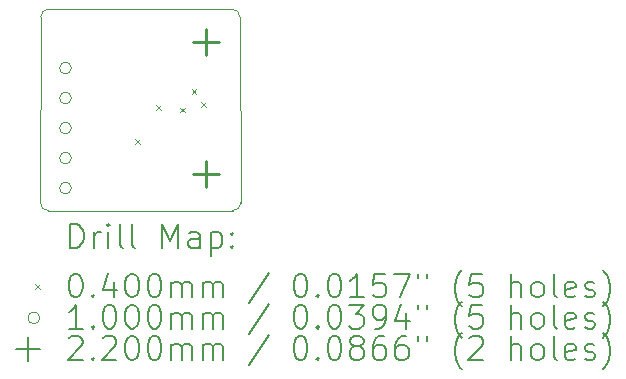
<source format=gbr>
%FSLAX45Y45*%
G04 Gerber Fmt 4.5, Leading zero omitted, Abs format (unit mm)*
G04 Created by KiCad (PCBNEW (6.0.1)) date 2023-03-07 00:33:59*
%MOMM*%
%LPD*%
G01*
G04 APERTURE LIST*
%TA.AperFunction,Profile*%
%ADD10C,0.100000*%
%TD*%
%ADD11C,0.200000*%
%ADD12C,0.040000*%
%ADD13C,0.100000*%
%ADD14C,0.220000*%
G04 APERTURE END LIST*
D10*
X11786790Y-8288836D02*
G75*
G03*
X11721128Y-8355665I182J-65852D01*
G01*
X11716673Y-9928333D02*
G75*
G03*
X11783665Y-9995333I66014J-985D01*
G01*
X13347333Y-9995327D02*
G75*
G03*
X13414333Y-9928335I985J66014D01*
G01*
X13406662Y-8356164D02*
G75*
G03*
X13339670Y-8289164I-66014J986D01*
G01*
X11786790Y-8288836D02*
X13339670Y-8289164D01*
X11716673Y-9928333D02*
X11721128Y-8355665D01*
X13347333Y-9995327D02*
X11783665Y-9995333D01*
X13406663Y-8356164D02*
X13414333Y-9928335D01*
D11*
D12*
X12519000Y-9391000D02*
X12559000Y-9431000D01*
X12559000Y-9391000D02*
X12519000Y-9431000D01*
X12695000Y-9103000D02*
X12735000Y-9143000D01*
X12735000Y-9103000D02*
X12695000Y-9143000D01*
X12901000Y-9124000D02*
X12941000Y-9164000D01*
X12941000Y-9124000D02*
X12901000Y-9164000D01*
X12998000Y-8965000D02*
X13038000Y-9005000D01*
X13038000Y-8965000D02*
X12998000Y-9005000D01*
X13080000Y-9076000D02*
X13120000Y-9116000D01*
X13120000Y-9076000D02*
X13080000Y-9116000D01*
D13*
X11979500Y-8789000D02*
G75*
G03*
X11979500Y-8789000I-50000J0D01*
G01*
X11979500Y-9043000D02*
G75*
G03*
X11979500Y-9043000I-50000J0D01*
G01*
X11979500Y-9297000D02*
G75*
G03*
X11979500Y-9297000I-50000J0D01*
G01*
X11979500Y-9551000D02*
G75*
G03*
X11979500Y-9551000I-50000J0D01*
G01*
X11979500Y-9805000D02*
G75*
G03*
X11979500Y-9805000I-50000J0D01*
G01*
D14*
X13116000Y-9574000D02*
X13116000Y-9794000D01*
X13006000Y-9684000D02*
X13226000Y-9684000D01*
X13122000Y-8462000D02*
X13122000Y-8682000D01*
X13012000Y-8572000D02*
X13232000Y-8572000D01*
D11*
X11969284Y-10310816D02*
X11969284Y-10110816D01*
X12016903Y-10110816D01*
X12045475Y-10120340D01*
X12064522Y-10139388D01*
X12074046Y-10158435D01*
X12083570Y-10196530D01*
X12083570Y-10225102D01*
X12074046Y-10263197D01*
X12064522Y-10282245D01*
X12045475Y-10301292D01*
X12016903Y-10310816D01*
X11969284Y-10310816D01*
X12169284Y-10310816D02*
X12169284Y-10177483D01*
X12169284Y-10215578D02*
X12178808Y-10196530D01*
X12188332Y-10187007D01*
X12207379Y-10177483D01*
X12226427Y-10177483D01*
X12293094Y-10310816D02*
X12293094Y-10177483D01*
X12293094Y-10110816D02*
X12283570Y-10120340D01*
X12293094Y-10129864D01*
X12302618Y-10120340D01*
X12293094Y-10110816D01*
X12293094Y-10129864D01*
X12416903Y-10310816D02*
X12397856Y-10301292D01*
X12388332Y-10282245D01*
X12388332Y-10110816D01*
X12521665Y-10310816D02*
X12502618Y-10301292D01*
X12493094Y-10282245D01*
X12493094Y-10110816D01*
X12750237Y-10310816D02*
X12750237Y-10110816D01*
X12816903Y-10253673D01*
X12883570Y-10110816D01*
X12883570Y-10310816D01*
X13064522Y-10310816D02*
X13064522Y-10206054D01*
X13054999Y-10187007D01*
X13035951Y-10177483D01*
X12997856Y-10177483D01*
X12978808Y-10187007D01*
X13064522Y-10301292D02*
X13045475Y-10310816D01*
X12997856Y-10310816D01*
X12978808Y-10301292D01*
X12969284Y-10282245D01*
X12969284Y-10263197D01*
X12978808Y-10244149D01*
X12997856Y-10234626D01*
X13045475Y-10234626D01*
X13064522Y-10225102D01*
X13159760Y-10177483D02*
X13159760Y-10377483D01*
X13159760Y-10187007D02*
X13178808Y-10177483D01*
X13216903Y-10177483D01*
X13235951Y-10187007D01*
X13245475Y-10196530D01*
X13254999Y-10215578D01*
X13254999Y-10272721D01*
X13245475Y-10291768D01*
X13235951Y-10301292D01*
X13216903Y-10310816D01*
X13178808Y-10310816D01*
X13159760Y-10301292D01*
X13340713Y-10291768D02*
X13350237Y-10301292D01*
X13340713Y-10310816D01*
X13331189Y-10301292D01*
X13340713Y-10291768D01*
X13340713Y-10310816D01*
X13340713Y-10187007D02*
X13350237Y-10196530D01*
X13340713Y-10206054D01*
X13331189Y-10196530D01*
X13340713Y-10187007D01*
X13340713Y-10206054D01*
D12*
X11671665Y-10620340D02*
X11711665Y-10660340D01*
X11711665Y-10620340D02*
X11671665Y-10660340D01*
D11*
X12007379Y-10530816D02*
X12026427Y-10530816D01*
X12045475Y-10540340D01*
X12054999Y-10549864D01*
X12064522Y-10568911D01*
X12074046Y-10607007D01*
X12074046Y-10654626D01*
X12064522Y-10692721D01*
X12054999Y-10711768D01*
X12045475Y-10721292D01*
X12026427Y-10730816D01*
X12007379Y-10730816D01*
X11988332Y-10721292D01*
X11978808Y-10711768D01*
X11969284Y-10692721D01*
X11959760Y-10654626D01*
X11959760Y-10607007D01*
X11969284Y-10568911D01*
X11978808Y-10549864D01*
X11988332Y-10540340D01*
X12007379Y-10530816D01*
X12159760Y-10711768D02*
X12169284Y-10721292D01*
X12159760Y-10730816D01*
X12150237Y-10721292D01*
X12159760Y-10711768D01*
X12159760Y-10730816D01*
X12340713Y-10597483D02*
X12340713Y-10730816D01*
X12293094Y-10521292D02*
X12245475Y-10664149D01*
X12369284Y-10664149D01*
X12483570Y-10530816D02*
X12502618Y-10530816D01*
X12521665Y-10540340D01*
X12531189Y-10549864D01*
X12540713Y-10568911D01*
X12550237Y-10607007D01*
X12550237Y-10654626D01*
X12540713Y-10692721D01*
X12531189Y-10711768D01*
X12521665Y-10721292D01*
X12502618Y-10730816D01*
X12483570Y-10730816D01*
X12464522Y-10721292D01*
X12454999Y-10711768D01*
X12445475Y-10692721D01*
X12435951Y-10654626D01*
X12435951Y-10607007D01*
X12445475Y-10568911D01*
X12454999Y-10549864D01*
X12464522Y-10540340D01*
X12483570Y-10530816D01*
X12674046Y-10530816D02*
X12693094Y-10530816D01*
X12712141Y-10540340D01*
X12721665Y-10549864D01*
X12731189Y-10568911D01*
X12740713Y-10607007D01*
X12740713Y-10654626D01*
X12731189Y-10692721D01*
X12721665Y-10711768D01*
X12712141Y-10721292D01*
X12693094Y-10730816D01*
X12674046Y-10730816D01*
X12654999Y-10721292D01*
X12645475Y-10711768D01*
X12635951Y-10692721D01*
X12626427Y-10654626D01*
X12626427Y-10607007D01*
X12635951Y-10568911D01*
X12645475Y-10549864D01*
X12654999Y-10540340D01*
X12674046Y-10530816D01*
X12826427Y-10730816D02*
X12826427Y-10597483D01*
X12826427Y-10616530D02*
X12835951Y-10607007D01*
X12854999Y-10597483D01*
X12883570Y-10597483D01*
X12902618Y-10607007D01*
X12912141Y-10626054D01*
X12912141Y-10730816D01*
X12912141Y-10626054D02*
X12921665Y-10607007D01*
X12940713Y-10597483D01*
X12969284Y-10597483D01*
X12988332Y-10607007D01*
X12997856Y-10626054D01*
X12997856Y-10730816D01*
X13093094Y-10730816D02*
X13093094Y-10597483D01*
X13093094Y-10616530D02*
X13102618Y-10607007D01*
X13121665Y-10597483D01*
X13150237Y-10597483D01*
X13169284Y-10607007D01*
X13178808Y-10626054D01*
X13178808Y-10730816D01*
X13178808Y-10626054D02*
X13188332Y-10607007D01*
X13207379Y-10597483D01*
X13235951Y-10597483D01*
X13254999Y-10607007D01*
X13264522Y-10626054D01*
X13264522Y-10730816D01*
X13654999Y-10521292D02*
X13483570Y-10778435D01*
X13912141Y-10530816D02*
X13931189Y-10530816D01*
X13950237Y-10540340D01*
X13959760Y-10549864D01*
X13969284Y-10568911D01*
X13978808Y-10607007D01*
X13978808Y-10654626D01*
X13969284Y-10692721D01*
X13959760Y-10711768D01*
X13950237Y-10721292D01*
X13931189Y-10730816D01*
X13912141Y-10730816D01*
X13893094Y-10721292D01*
X13883570Y-10711768D01*
X13874046Y-10692721D01*
X13864522Y-10654626D01*
X13864522Y-10607007D01*
X13874046Y-10568911D01*
X13883570Y-10549864D01*
X13893094Y-10540340D01*
X13912141Y-10530816D01*
X14064522Y-10711768D02*
X14074046Y-10721292D01*
X14064522Y-10730816D01*
X14054999Y-10721292D01*
X14064522Y-10711768D01*
X14064522Y-10730816D01*
X14197856Y-10530816D02*
X14216903Y-10530816D01*
X14235951Y-10540340D01*
X14245475Y-10549864D01*
X14254999Y-10568911D01*
X14264522Y-10607007D01*
X14264522Y-10654626D01*
X14254999Y-10692721D01*
X14245475Y-10711768D01*
X14235951Y-10721292D01*
X14216903Y-10730816D01*
X14197856Y-10730816D01*
X14178808Y-10721292D01*
X14169284Y-10711768D01*
X14159760Y-10692721D01*
X14150237Y-10654626D01*
X14150237Y-10607007D01*
X14159760Y-10568911D01*
X14169284Y-10549864D01*
X14178808Y-10540340D01*
X14197856Y-10530816D01*
X14454999Y-10730816D02*
X14340713Y-10730816D01*
X14397856Y-10730816D02*
X14397856Y-10530816D01*
X14378808Y-10559388D01*
X14359760Y-10578435D01*
X14340713Y-10587959D01*
X14635951Y-10530816D02*
X14540713Y-10530816D01*
X14531189Y-10626054D01*
X14540713Y-10616530D01*
X14559760Y-10607007D01*
X14607379Y-10607007D01*
X14626427Y-10616530D01*
X14635951Y-10626054D01*
X14645475Y-10645102D01*
X14645475Y-10692721D01*
X14635951Y-10711768D01*
X14626427Y-10721292D01*
X14607379Y-10730816D01*
X14559760Y-10730816D01*
X14540713Y-10721292D01*
X14531189Y-10711768D01*
X14712141Y-10530816D02*
X14845475Y-10530816D01*
X14759760Y-10730816D01*
X14912141Y-10530816D02*
X14912141Y-10568911D01*
X14988332Y-10530816D02*
X14988332Y-10568911D01*
X15283570Y-10807007D02*
X15274046Y-10797483D01*
X15254999Y-10768911D01*
X15245475Y-10749864D01*
X15235951Y-10721292D01*
X15226427Y-10673673D01*
X15226427Y-10635578D01*
X15235951Y-10587959D01*
X15245475Y-10559388D01*
X15254999Y-10540340D01*
X15274046Y-10511768D01*
X15283570Y-10502245D01*
X15454999Y-10530816D02*
X15359760Y-10530816D01*
X15350237Y-10626054D01*
X15359760Y-10616530D01*
X15378808Y-10607007D01*
X15426427Y-10607007D01*
X15445475Y-10616530D01*
X15454999Y-10626054D01*
X15464522Y-10645102D01*
X15464522Y-10692721D01*
X15454999Y-10711768D01*
X15445475Y-10721292D01*
X15426427Y-10730816D01*
X15378808Y-10730816D01*
X15359760Y-10721292D01*
X15350237Y-10711768D01*
X15702618Y-10730816D02*
X15702618Y-10530816D01*
X15788332Y-10730816D02*
X15788332Y-10626054D01*
X15778808Y-10607007D01*
X15759760Y-10597483D01*
X15731189Y-10597483D01*
X15712141Y-10607007D01*
X15702618Y-10616530D01*
X15912141Y-10730816D02*
X15893094Y-10721292D01*
X15883570Y-10711768D01*
X15874046Y-10692721D01*
X15874046Y-10635578D01*
X15883570Y-10616530D01*
X15893094Y-10607007D01*
X15912141Y-10597483D01*
X15940713Y-10597483D01*
X15959760Y-10607007D01*
X15969284Y-10616530D01*
X15978808Y-10635578D01*
X15978808Y-10692721D01*
X15969284Y-10711768D01*
X15959760Y-10721292D01*
X15940713Y-10730816D01*
X15912141Y-10730816D01*
X16093094Y-10730816D02*
X16074046Y-10721292D01*
X16064522Y-10702245D01*
X16064522Y-10530816D01*
X16245475Y-10721292D02*
X16226427Y-10730816D01*
X16188332Y-10730816D01*
X16169284Y-10721292D01*
X16159760Y-10702245D01*
X16159760Y-10626054D01*
X16169284Y-10607007D01*
X16188332Y-10597483D01*
X16226427Y-10597483D01*
X16245475Y-10607007D01*
X16254999Y-10626054D01*
X16254999Y-10645102D01*
X16159760Y-10664149D01*
X16331189Y-10721292D02*
X16350237Y-10730816D01*
X16388332Y-10730816D01*
X16407379Y-10721292D01*
X16416903Y-10702245D01*
X16416903Y-10692721D01*
X16407379Y-10673673D01*
X16388332Y-10664149D01*
X16359760Y-10664149D01*
X16340713Y-10654626D01*
X16331189Y-10635578D01*
X16331189Y-10626054D01*
X16340713Y-10607007D01*
X16359760Y-10597483D01*
X16388332Y-10597483D01*
X16407379Y-10607007D01*
X16483570Y-10807007D02*
X16493094Y-10797483D01*
X16512141Y-10768911D01*
X16521665Y-10749864D01*
X16531189Y-10721292D01*
X16540713Y-10673673D01*
X16540713Y-10635578D01*
X16531189Y-10587959D01*
X16521665Y-10559388D01*
X16512141Y-10540340D01*
X16493094Y-10511768D01*
X16483570Y-10502245D01*
D13*
X11711665Y-10904340D02*
G75*
G03*
X11711665Y-10904340I-50000J0D01*
G01*
D11*
X12074046Y-10994816D02*
X11959760Y-10994816D01*
X12016903Y-10994816D02*
X12016903Y-10794816D01*
X11997856Y-10823388D01*
X11978808Y-10842435D01*
X11959760Y-10851959D01*
X12159760Y-10975768D02*
X12169284Y-10985292D01*
X12159760Y-10994816D01*
X12150237Y-10985292D01*
X12159760Y-10975768D01*
X12159760Y-10994816D01*
X12293094Y-10794816D02*
X12312141Y-10794816D01*
X12331189Y-10804340D01*
X12340713Y-10813864D01*
X12350237Y-10832911D01*
X12359760Y-10871007D01*
X12359760Y-10918626D01*
X12350237Y-10956721D01*
X12340713Y-10975768D01*
X12331189Y-10985292D01*
X12312141Y-10994816D01*
X12293094Y-10994816D01*
X12274046Y-10985292D01*
X12264522Y-10975768D01*
X12254999Y-10956721D01*
X12245475Y-10918626D01*
X12245475Y-10871007D01*
X12254999Y-10832911D01*
X12264522Y-10813864D01*
X12274046Y-10804340D01*
X12293094Y-10794816D01*
X12483570Y-10794816D02*
X12502618Y-10794816D01*
X12521665Y-10804340D01*
X12531189Y-10813864D01*
X12540713Y-10832911D01*
X12550237Y-10871007D01*
X12550237Y-10918626D01*
X12540713Y-10956721D01*
X12531189Y-10975768D01*
X12521665Y-10985292D01*
X12502618Y-10994816D01*
X12483570Y-10994816D01*
X12464522Y-10985292D01*
X12454999Y-10975768D01*
X12445475Y-10956721D01*
X12435951Y-10918626D01*
X12435951Y-10871007D01*
X12445475Y-10832911D01*
X12454999Y-10813864D01*
X12464522Y-10804340D01*
X12483570Y-10794816D01*
X12674046Y-10794816D02*
X12693094Y-10794816D01*
X12712141Y-10804340D01*
X12721665Y-10813864D01*
X12731189Y-10832911D01*
X12740713Y-10871007D01*
X12740713Y-10918626D01*
X12731189Y-10956721D01*
X12721665Y-10975768D01*
X12712141Y-10985292D01*
X12693094Y-10994816D01*
X12674046Y-10994816D01*
X12654999Y-10985292D01*
X12645475Y-10975768D01*
X12635951Y-10956721D01*
X12626427Y-10918626D01*
X12626427Y-10871007D01*
X12635951Y-10832911D01*
X12645475Y-10813864D01*
X12654999Y-10804340D01*
X12674046Y-10794816D01*
X12826427Y-10994816D02*
X12826427Y-10861483D01*
X12826427Y-10880530D02*
X12835951Y-10871007D01*
X12854999Y-10861483D01*
X12883570Y-10861483D01*
X12902618Y-10871007D01*
X12912141Y-10890054D01*
X12912141Y-10994816D01*
X12912141Y-10890054D02*
X12921665Y-10871007D01*
X12940713Y-10861483D01*
X12969284Y-10861483D01*
X12988332Y-10871007D01*
X12997856Y-10890054D01*
X12997856Y-10994816D01*
X13093094Y-10994816D02*
X13093094Y-10861483D01*
X13093094Y-10880530D02*
X13102618Y-10871007D01*
X13121665Y-10861483D01*
X13150237Y-10861483D01*
X13169284Y-10871007D01*
X13178808Y-10890054D01*
X13178808Y-10994816D01*
X13178808Y-10890054D02*
X13188332Y-10871007D01*
X13207379Y-10861483D01*
X13235951Y-10861483D01*
X13254999Y-10871007D01*
X13264522Y-10890054D01*
X13264522Y-10994816D01*
X13654999Y-10785292D02*
X13483570Y-11042435D01*
X13912141Y-10794816D02*
X13931189Y-10794816D01*
X13950237Y-10804340D01*
X13959760Y-10813864D01*
X13969284Y-10832911D01*
X13978808Y-10871007D01*
X13978808Y-10918626D01*
X13969284Y-10956721D01*
X13959760Y-10975768D01*
X13950237Y-10985292D01*
X13931189Y-10994816D01*
X13912141Y-10994816D01*
X13893094Y-10985292D01*
X13883570Y-10975768D01*
X13874046Y-10956721D01*
X13864522Y-10918626D01*
X13864522Y-10871007D01*
X13874046Y-10832911D01*
X13883570Y-10813864D01*
X13893094Y-10804340D01*
X13912141Y-10794816D01*
X14064522Y-10975768D02*
X14074046Y-10985292D01*
X14064522Y-10994816D01*
X14054999Y-10985292D01*
X14064522Y-10975768D01*
X14064522Y-10994816D01*
X14197856Y-10794816D02*
X14216903Y-10794816D01*
X14235951Y-10804340D01*
X14245475Y-10813864D01*
X14254999Y-10832911D01*
X14264522Y-10871007D01*
X14264522Y-10918626D01*
X14254999Y-10956721D01*
X14245475Y-10975768D01*
X14235951Y-10985292D01*
X14216903Y-10994816D01*
X14197856Y-10994816D01*
X14178808Y-10985292D01*
X14169284Y-10975768D01*
X14159760Y-10956721D01*
X14150237Y-10918626D01*
X14150237Y-10871007D01*
X14159760Y-10832911D01*
X14169284Y-10813864D01*
X14178808Y-10804340D01*
X14197856Y-10794816D01*
X14331189Y-10794816D02*
X14454999Y-10794816D01*
X14388332Y-10871007D01*
X14416903Y-10871007D01*
X14435951Y-10880530D01*
X14445475Y-10890054D01*
X14454999Y-10909102D01*
X14454999Y-10956721D01*
X14445475Y-10975768D01*
X14435951Y-10985292D01*
X14416903Y-10994816D01*
X14359760Y-10994816D01*
X14340713Y-10985292D01*
X14331189Y-10975768D01*
X14550237Y-10994816D02*
X14588332Y-10994816D01*
X14607379Y-10985292D01*
X14616903Y-10975768D01*
X14635951Y-10947197D01*
X14645475Y-10909102D01*
X14645475Y-10832911D01*
X14635951Y-10813864D01*
X14626427Y-10804340D01*
X14607379Y-10794816D01*
X14569284Y-10794816D01*
X14550237Y-10804340D01*
X14540713Y-10813864D01*
X14531189Y-10832911D01*
X14531189Y-10880530D01*
X14540713Y-10899578D01*
X14550237Y-10909102D01*
X14569284Y-10918626D01*
X14607379Y-10918626D01*
X14626427Y-10909102D01*
X14635951Y-10899578D01*
X14645475Y-10880530D01*
X14816903Y-10861483D02*
X14816903Y-10994816D01*
X14769284Y-10785292D02*
X14721665Y-10928149D01*
X14845475Y-10928149D01*
X14912141Y-10794816D02*
X14912141Y-10832911D01*
X14988332Y-10794816D02*
X14988332Y-10832911D01*
X15283570Y-11071007D02*
X15274046Y-11061483D01*
X15254999Y-11032911D01*
X15245475Y-11013864D01*
X15235951Y-10985292D01*
X15226427Y-10937673D01*
X15226427Y-10899578D01*
X15235951Y-10851959D01*
X15245475Y-10823388D01*
X15254999Y-10804340D01*
X15274046Y-10775768D01*
X15283570Y-10766245D01*
X15454999Y-10794816D02*
X15359760Y-10794816D01*
X15350237Y-10890054D01*
X15359760Y-10880530D01*
X15378808Y-10871007D01*
X15426427Y-10871007D01*
X15445475Y-10880530D01*
X15454999Y-10890054D01*
X15464522Y-10909102D01*
X15464522Y-10956721D01*
X15454999Y-10975768D01*
X15445475Y-10985292D01*
X15426427Y-10994816D01*
X15378808Y-10994816D01*
X15359760Y-10985292D01*
X15350237Y-10975768D01*
X15702618Y-10994816D02*
X15702618Y-10794816D01*
X15788332Y-10994816D02*
X15788332Y-10890054D01*
X15778808Y-10871007D01*
X15759760Y-10861483D01*
X15731189Y-10861483D01*
X15712141Y-10871007D01*
X15702618Y-10880530D01*
X15912141Y-10994816D02*
X15893094Y-10985292D01*
X15883570Y-10975768D01*
X15874046Y-10956721D01*
X15874046Y-10899578D01*
X15883570Y-10880530D01*
X15893094Y-10871007D01*
X15912141Y-10861483D01*
X15940713Y-10861483D01*
X15959760Y-10871007D01*
X15969284Y-10880530D01*
X15978808Y-10899578D01*
X15978808Y-10956721D01*
X15969284Y-10975768D01*
X15959760Y-10985292D01*
X15940713Y-10994816D01*
X15912141Y-10994816D01*
X16093094Y-10994816D02*
X16074046Y-10985292D01*
X16064522Y-10966245D01*
X16064522Y-10794816D01*
X16245475Y-10985292D02*
X16226427Y-10994816D01*
X16188332Y-10994816D01*
X16169284Y-10985292D01*
X16159760Y-10966245D01*
X16159760Y-10890054D01*
X16169284Y-10871007D01*
X16188332Y-10861483D01*
X16226427Y-10861483D01*
X16245475Y-10871007D01*
X16254999Y-10890054D01*
X16254999Y-10909102D01*
X16159760Y-10928149D01*
X16331189Y-10985292D02*
X16350237Y-10994816D01*
X16388332Y-10994816D01*
X16407379Y-10985292D01*
X16416903Y-10966245D01*
X16416903Y-10956721D01*
X16407379Y-10937673D01*
X16388332Y-10928149D01*
X16359760Y-10928149D01*
X16340713Y-10918626D01*
X16331189Y-10899578D01*
X16331189Y-10890054D01*
X16340713Y-10871007D01*
X16359760Y-10861483D01*
X16388332Y-10861483D01*
X16407379Y-10871007D01*
X16483570Y-11071007D02*
X16493094Y-11061483D01*
X16512141Y-11032911D01*
X16521665Y-11013864D01*
X16531189Y-10985292D01*
X16540713Y-10937673D01*
X16540713Y-10899578D01*
X16531189Y-10851959D01*
X16521665Y-10823388D01*
X16512141Y-10804340D01*
X16493094Y-10775768D01*
X16483570Y-10766245D01*
X11611665Y-11068340D02*
X11611665Y-11268340D01*
X11511665Y-11168340D02*
X11711665Y-11168340D01*
X11959760Y-11077864D02*
X11969284Y-11068340D01*
X11988332Y-11058816D01*
X12035951Y-11058816D01*
X12054999Y-11068340D01*
X12064522Y-11077864D01*
X12074046Y-11096911D01*
X12074046Y-11115959D01*
X12064522Y-11144530D01*
X11950237Y-11258816D01*
X12074046Y-11258816D01*
X12159760Y-11239768D02*
X12169284Y-11249292D01*
X12159760Y-11258816D01*
X12150237Y-11249292D01*
X12159760Y-11239768D01*
X12159760Y-11258816D01*
X12245475Y-11077864D02*
X12254999Y-11068340D01*
X12274046Y-11058816D01*
X12321665Y-11058816D01*
X12340713Y-11068340D01*
X12350237Y-11077864D01*
X12359760Y-11096911D01*
X12359760Y-11115959D01*
X12350237Y-11144530D01*
X12235951Y-11258816D01*
X12359760Y-11258816D01*
X12483570Y-11058816D02*
X12502618Y-11058816D01*
X12521665Y-11068340D01*
X12531189Y-11077864D01*
X12540713Y-11096911D01*
X12550237Y-11135007D01*
X12550237Y-11182626D01*
X12540713Y-11220721D01*
X12531189Y-11239768D01*
X12521665Y-11249292D01*
X12502618Y-11258816D01*
X12483570Y-11258816D01*
X12464522Y-11249292D01*
X12454999Y-11239768D01*
X12445475Y-11220721D01*
X12435951Y-11182626D01*
X12435951Y-11135007D01*
X12445475Y-11096911D01*
X12454999Y-11077864D01*
X12464522Y-11068340D01*
X12483570Y-11058816D01*
X12674046Y-11058816D02*
X12693094Y-11058816D01*
X12712141Y-11068340D01*
X12721665Y-11077864D01*
X12731189Y-11096911D01*
X12740713Y-11135007D01*
X12740713Y-11182626D01*
X12731189Y-11220721D01*
X12721665Y-11239768D01*
X12712141Y-11249292D01*
X12693094Y-11258816D01*
X12674046Y-11258816D01*
X12654999Y-11249292D01*
X12645475Y-11239768D01*
X12635951Y-11220721D01*
X12626427Y-11182626D01*
X12626427Y-11135007D01*
X12635951Y-11096911D01*
X12645475Y-11077864D01*
X12654999Y-11068340D01*
X12674046Y-11058816D01*
X12826427Y-11258816D02*
X12826427Y-11125483D01*
X12826427Y-11144530D02*
X12835951Y-11135007D01*
X12854999Y-11125483D01*
X12883570Y-11125483D01*
X12902618Y-11135007D01*
X12912141Y-11154054D01*
X12912141Y-11258816D01*
X12912141Y-11154054D02*
X12921665Y-11135007D01*
X12940713Y-11125483D01*
X12969284Y-11125483D01*
X12988332Y-11135007D01*
X12997856Y-11154054D01*
X12997856Y-11258816D01*
X13093094Y-11258816D02*
X13093094Y-11125483D01*
X13093094Y-11144530D02*
X13102618Y-11135007D01*
X13121665Y-11125483D01*
X13150237Y-11125483D01*
X13169284Y-11135007D01*
X13178808Y-11154054D01*
X13178808Y-11258816D01*
X13178808Y-11154054D02*
X13188332Y-11135007D01*
X13207379Y-11125483D01*
X13235951Y-11125483D01*
X13254999Y-11135007D01*
X13264522Y-11154054D01*
X13264522Y-11258816D01*
X13654999Y-11049292D02*
X13483570Y-11306435D01*
X13912141Y-11058816D02*
X13931189Y-11058816D01*
X13950237Y-11068340D01*
X13959760Y-11077864D01*
X13969284Y-11096911D01*
X13978808Y-11135007D01*
X13978808Y-11182626D01*
X13969284Y-11220721D01*
X13959760Y-11239768D01*
X13950237Y-11249292D01*
X13931189Y-11258816D01*
X13912141Y-11258816D01*
X13893094Y-11249292D01*
X13883570Y-11239768D01*
X13874046Y-11220721D01*
X13864522Y-11182626D01*
X13864522Y-11135007D01*
X13874046Y-11096911D01*
X13883570Y-11077864D01*
X13893094Y-11068340D01*
X13912141Y-11058816D01*
X14064522Y-11239768D02*
X14074046Y-11249292D01*
X14064522Y-11258816D01*
X14054999Y-11249292D01*
X14064522Y-11239768D01*
X14064522Y-11258816D01*
X14197856Y-11058816D02*
X14216903Y-11058816D01*
X14235951Y-11068340D01*
X14245475Y-11077864D01*
X14254999Y-11096911D01*
X14264522Y-11135007D01*
X14264522Y-11182626D01*
X14254999Y-11220721D01*
X14245475Y-11239768D01*
X14235951Y-11249292D01*
X14216903Y-11258816D01*
X14197856Y-11258816D01*
X14178808Y-11249292D01*
X14169284Y-11239768D01*
X14159760Y-11220721D01*
X14150237Y-11182626D01*
X14150237Y-11135007D01*
X14159760Y-11096911D01*
X14169284Y-11077864D01*
X14178808Y-11068340D01*
X14197856Y-11058816D01*
X14378808Y-11144530D02*
X14359760Y-11135007D01*
X14350237Y-11125483D01*
X14340713Y-11106435D01*
X14340713Y-11096911D01*
X14350237Y-11077864D01*
X14359760Y-11068340D01*
X14378808Y-11058816D01*
X14416903Y-11058816D01*
X14435951Y-11068340D01*
X14445475Y-11077864D01*
X14454999Y-11096911D01*
X14454999Y-11106435D01*
X14445475Y-11125483D01*
X14435951Y-11135007D01*
X14416903Y-11144530D01*
X14378808Y-11144530D01*
X14359760Y-11154054D01*
X14350237Y-11163578D01*
X14340713Y-11182626D01*
X14340713Y-11220721D01*
X14350237Y-11239768D01*
X14359760Y-11249292D01*
X14378808Y-11258816D01*
X14416903Y-11258816D01*
X14435951Y-11249292D01*
X14445475Y-11239768D01*
X14454999Y-11220721D01*
X14454999Y-11182626D01*
X14445475Y-11163578D01*
X14435951Y-11154054D01*
X14416903Y-11144530D01*
X14626427Y-11058816D02*
X14588332Y-11058816D01*
X14569284Y-11068340D01*
X14559760Y-11077864D01*
X14540713Y-11106435D01*
X14531189Y-11144530D01*
X14531189Y-11220721D01*
X14540713Y-11239768D01*
X14550237Y-11249292D01*
X14569284Y-11258816D01*
X14607379Y-11258816D01*
X14626427Y-11249292D01*
X14635951Y-11239768D01*
X14645475Y-11220721D01*
X14645475Y-11173102D01*
X14635951Y-11154054D01*
X14626427Y-11144530D01*
X14607379Y-11135007D01*
X14569284Y-11135007D01*
X14550237Y-11144530D01*
X14540713Y-11154054D01*
X14531189Y-11173102D01*
X14816903Y-11058816D02*
X14778808Y-11058816D01*
X14759760Y-11068340D01*
X14750237Y-11077864D01*
X14731189Y-11106435D01*
X14721665Y-11144530D01*
X14721665Y-11220721D01*
X14731189Y-11239768D01*
X14740713Y-11249292D01*
X14759760Y-11258816D01*
X14797856Y-11258816D01*
X14816903Y-11249292D01*
X14826427Y-11239768D01*
X14835951Y-11220721D01*
X14835951Y-11173102D01*
X14826427Y-11154054D01*
X14816903Y-11144530D01*
X14797856Y-11135007D01*
X14759760Y-11135007D01*
X14740713Y-11144530D01*
X14731189Y-11154054D01*
X14721665Y-11173102D01*
X14912141Y-11058816D02*
X14912141Y-11096911D01*
X14988332Y-11058816D02*
X14988332Y-11096911D01*
X15283570Y-11335006D02*
X15274046Y-11325483D01*
X15254999Y-11296911D01*
X15245475Y-11277864D01*
X15235951Y-11249292D01*
X15226427Y-11201673D01*
X15226427Y-11163578D01*
X15235951Y-11115959D01*
X15245475Y-11087388D01*
X15254999Y-11068340D01*
X15274046Y-11039768D01*
X15283570Y-11030245D01*
X15350237Y-11077864D02*
X15359760Y-11068340D01*
X15378808Y-11058816D01*
X15426427Y-11058816D01*
X15445475Y-11068340D01*
X15454999Y-11077864D01*
X15464522Y-11096911D01*
X15464522Y-11115959D01*
X15454999Y-11144530D01*
X15340713Y-11258816D01*
X15464522Y-11258816D01*
X15702618Y-11258816D02*
X15702618Y-11058816D01*
X15788332Y-11258816D02*
X15788332Y-11154054D01*
X15778808Y-11135007D01*
X15759760Y-11125483D01*
X15731189Y-11125483D01*
X15712141Y-11135007D01*
X15702618Y-11144530D01*
X15912141Y-11258816D02*
X15893094Y-11249292D01*
X15883570Y-11239768D01*
X15874046Y-11220721D01*
X15874046Y-11163578D01*
X15883570Y-11144530D01*
X15893094Y-11135007D01*
X15912141Y-11125483D01*
X15940713Y-11125483D01*
X15959760Y-11135007D01*
X15969284Y-11144530D01*
X15978808Y-11163578D01*
X15978808Y-11220721D01*
X15969284Y-11239768D01*
X15959760Y-11249292D01*
X15940713Y-11258816D01*
X15912141Y-11258816D01*
X16093094Y-11258816D02*
X16074046Y-11249292D01*
X16064522Y-11230245D01*
X16064522Y-11058816D01*
X16245475Y-11249292D02*
X16226427Y-11258816D01*
X16188332Y-11258816D01*
X16169284Y-11249292D01*
X16159760Y-11230245D01*
X16159760Y-11154054D01*
X16169284Y-11135007D01*
X16188332Y-11125483D01*
X16226427Y-11125483D01*
X16245475Y-11135007D01*
X16254999Y-11154054D01*
X16254999Y-11173102D01*
X16159760Y-11192149D01*
X16331189Y-11249292D02*
X16350237Y-11258816D01*
X16388332Y-11258816D01*
X16407379Y-11249292D01*
X16416903Y-11230245D01*
X16416903Y-11220721D01*
X16407379Y-11201673D01*
X16388332Y-11192149D01*
X16359760Y-11192149D01*
X16340713Y-11182626D01*
X16331189Y-11163578D01*
X16331189Y-11154054D01*
X16340713Y-11135007D01*
X16359760Y-11125483D01*
X16388332Y-11125483D01*
X16407379Y-11135007D01*
X16483570Y-11335006D02*
X16493094Y-11325483D01*
X16512141Y-11296911D01*
X16521665Y-11277864D01*
X16531189Y-11249292D01*
X16540713Y-11201673D01*
X16540713Y-11163578D01*
X16531189Y-11115959D01*
X16521665Y-11087388D01*
X16512141Y-11068340D01*
X16493094Y-11039768D01*
X16483570Y-11030245D01*
M02*

</source>
